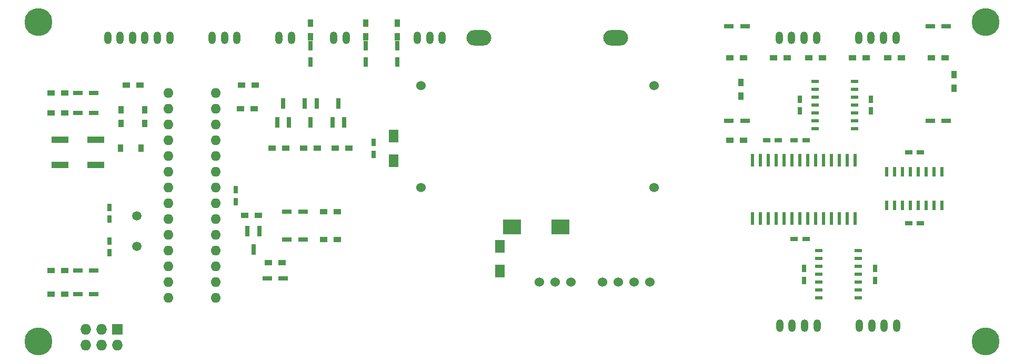
<source format=gts>
G04 #@! TF.FileFunction,Soldermask,Top*
%FSLAX46Y46*%
G04 Gerber Fmt 4.6, Leading zero omitted, Abs format (unit mm)*
G04 Created by KiCad (PCBNEW 4.0.1-stable) date Friday, 01 July 2016 'pmt' 17:52:03*
%MOMM*%
G01*
G04 APERTURE LIST*
%ADD10C,0.100000*%
%ADD11R,0.600000X2.000000*%
%ADD12R,1.143000X0.508000*%
%ADD13O,1.200000X2.000000*%
%ADD14C,4.500000*%
%ADD15R,1.200000X0.900000*%
%ADD16O,1.600000X1.600000*%
%ADD17R,1.727200X1.727200*%
%ADD18O,1.727200X1.727200*%
%ADD19R,1.600000X2.000000*%
%ADD20R,0.750000X1.200000*%
%ADD21R,1.200000X0.750000*%
%ADD22R,0.910000X1.220000*%
%ADD23O,4.000500X2.499360*%
%ADD24R,0.800100X1.800860*%
%ADD25R,0.900000X1.200000*%
%ADD26C,1.524000*%
%ADD27C,1.501140*%
%ADD28R,0.800000X1.500000*%
%ADD29R,1.500000X0.800000*%
%ADD30R,3.000000X2.400000*%
%ADD31R,0.600000X1.500000*%
%ADD32R,2.750000X1.000000*%
G04 APERTURE END LIST*
D10*
D11*
X191770000Y-76835000D03*
X190500000Y-76835000D03*
X189230000Y-76835000D03*
X187960000Y-76835000D03*
X186690000Y-76835000D03*
X185420000Y-76835000D03*
X184150000Y-76835000D03*
X182880000Y-76835000D03*
X181610000Y-76835000D03*
X180340000Y-76835000D03*
X179070000Y-76835000D03*
X177800000Y-76835000D03*
X176530000Y-76835000D03*
X175260000Y-76835000D03*
X175260000Y-86235000D03*
X176530000Y-86235000D03*
X177800000Y-86235000D03*
X179070000Y-86235000D03*
X180340000Y-86235000D03*
X181610000Y-86235000D03*
X182880000Y-86235000D03*
X184150000Y-86235000D03*
X185420000Y-86235000D03*
X186690000Y-86235000D03*
X187960000Y-86235000D03*
X189230000Y-86235000D03*
X190500000Y-86235000D03*
X191770000Y-86235000D03*
D12*
X185293000Y-64135000D03*
X185293000Y-65405000D03*
X185293000Y-66675000D03*
X185293000Y-67945000D03*
X185293000Y-69215000D03*
X185293000Y-70485000D03*
X185293000Y-71755000D03*
X191643000Y-71755000D03*
X191643000Y-70485000D03*
X191643000Y-67945000D03*
X191643000Y-66675000D03*
X191643000Y-65405000D03*
X191643000Y-64135000D03*
X191643000Y-69215000D03*
D13*
X179610000Y-103505000D03*
X181610000Y-103505000D03*
X183610000Y-103505000D03*
X185610000Y-103505000D03*
D14*
X60325000Y-54610000D03*
X60325000Y-106045000D03*
X212725000Y-106045000D03*
D15*
X171620000Y-60325000D03*
X173820000Y-60325000D03*
D16*
X81280000Y-66040000D03*
X81280000Y-68580000D03*
X81280000Y-71120000D03*
X81280000Y-73660000D03*
X81280000Y-76200000D03*
X81280000Y-78740000D03*
X81280000Y-81280000D03*
X81280000Y-83820000D03*
X81280000Y-86360000D03*
X81280000Y-88900000D03*
X81280000Y-91440000D03*
X81280000Y-93980000D03*
X81280000Y-96520000D03*
X81280000Y-99060000D03*
X88900000Y-99060000D03*
X88900000Y-96520000D03*
X88900000Y-93980000D03*
X88900000Y-91440000D03*
X88900000Y-88900000D03*
X88900000Y-86360000D03*
X88900000Y-83820000D03*
X88900000Y-81280000D03*
X88900000Y-78740000D03*
X88900000Y-76200000D03*
X88900000Y-73660000D03*
X88900000Y-71120000D03*
X88900000Y-68580000D03*
X88900000Y-66040000D03*
D17*
X73025000Y-104140000D03*
D18*
X73025000Y-106680000D03*
X70485000Y-104140000D03*
X70485000Y-106680000D03*
X67945000Y-104140000D03*
X67945000Y-106680000D03*
D19*
X134620000Y-90710000D03*
X134620000Y-94710000D03*
D20*
X114300000Y-75880000D03*
X114300000Y-73980000D03*
D19*
X117475000Y-76930000D03*
X117475000Y-72930000D03*
D20*
X182880000Y-68895000D03*
X182880000Y-66995000D03*
X194310000Y-68895000D03*
X194310000Y-66995000D03*
D21*
X200345000Y-75565000D03*
X202245000Y-75565000D03*
X202245000Y-86995000D03*
X200345000Y-86995000D03*
X183830000Y-73660000D03*
X181930000Y-73660000D03*
X181930000Y-89535000D03*
X183830000Y-89535000D03*
D20*
X183515000Y-94300000D03*
X183515000Y-96200000D03*
X194945000Y-96200000D03*
X194945000Y-94300000D03*
D21*
X177485000Y-73660000D03*
X179385000Y-73660000D03*
D20*
X92075000Y-83500000D03*
X92075000Y-81600000D03*
X71755000Y-86355000D03*
X71755000Y-84455000D03*
X71755000Y-89855000D03*
X71755000Y-91755000D03*
D22*
X76835000Y-74930000D03*
X73565000Y-74930000D03*
D23*
X153240740Y-57150000D03*
X131239260Y-57150000D03*
D13*
X125285000Y-57150000D03*
X123285000Y-57150000D03*
X121285000Y-57150000D03*
X185515000Y-57150000D03*
X183515000Y-57150000D03*
X181515000Y-57150000D03*
X179515000Y-57150000D03*
X198310000Y-57150000D03*
X196310000Y-57150000D03*
X194310000Y-57150000D03*
X192310000Y-57150000D03*
X92265000Y-57150000D03*
X90265000Y-57150000D03*
X88265000Y-57150000D03*
X81470000Y-57150000D03*
X79470000Y-57150000D03*
X77470000Y-57150000D03*
X75470000Y-57150000D03*
X73470000Y-57150000D03*
X71470000Y-57150000D03*
X101060000Y-57150000D03*
X99060000Y-57150000D03*
X109855000Y-57150000D03*
X107855000Y-57150000D03*
X192405000Y-103505000D03*
X194405000Y-103505000D03*
X196405000Y-103505000D03*
X198405000Y-103505000D03*
D24*
X105090000Y-67713860D03*
X103190000Y-67713860D03*
X104140000Y-70716140D03*
X107635000Y-70716140D03*
X109535000Y-70716140D03*
X108585000Y-67713860D03*
X98745000Y-70716140D03*
X100645000Y-70716140D03*
X99695000Y-67713860D03*
D25*
X77470000Y-68750000D03*
X77470000Y-70950000D03*
D15*
X76665000Y-64770000D03*
X74465000Y-64770000D03*
X95080000Y-68580000D03*
X92880000Y-68580000D03*
X93050000Y-64770000D03*
X95250000Y-64770000D03*
X110320000Y-74930000D03*
X108120000Y-74930000D03*
X105240000Y-74930000D03*
X103040000Y-74930000D03*
X97960000Y-74930000D03*
X100160000Y-74930000D03*
X186520000Y-60325000D03*
X184320000Y-60325000D03*
X178605000Y-60325000D03*
X180805000Y-60325000D03*
X199220000Y-60325000D03*
X197020000Y-60325000D03*
X191305000Y-60325000D03*
X193505000Y-60325000D03*
X173820000Y-73660000D03*
X171620000Y-73660000D03*
D25*
X118110000Y-56980000D03*
X118110000Y-54780000D03*
D15*
X106236851Y-85166511D03*
X108436851Y-85166511D03*
X106236851Y-89611511D03*
X108436851Y-89611511D03*
X204005000Y-60325000D03*
X206205000Y-60325000D03*
D25*
X73660000Y-68750000D03*
X73660000Y-70950000D03*
D26*
X159385000Y-81280000D03*
X121885000Y-81280000D03*
X121885000Y-64780000D03*
X159385000Y-64780000D03*
X140970000Y-96520000D03*
X143510000Y-96520000D03*
X146050000Y-96520000D03*
X151130000Y-96520000D03*
X153670000Y-96520000D03*
X156210000Y-96520000D03*
X158750000Y-96520000D03*
D12*
X185928000Y-91440000D03*
X185928000Y-92710000D03*
X185928000Y-93980000D03*
X185928000Y-95250000D03*
X185928000Y-96520000D03*
X185928000Y-97790000D03*
X185928000Y-99060000D03*
X192278000Y-99060000D03*
X192278000Y-97790000D03*
X192278000Y-95250000D03*
X192278000Y-93980000D03*
X192278000Y-92710000D03*
X192278000Y-91440000D03*
X192278000Y-96520000D03*
D27*
X76200000Y-85824060D03*
X76200000Y-90705940D03*
D28*
X118110000Y-58390000D03*
X118110000Y-60990000D03*
D29*
X102921851Y-85166511D03*
X100321851Y-85166511D03*
X102921851Y-89611511D03*
X100321851Y-89611511D03*
X206405000Y-55245000D03*
X203805000Y-55245000D03*
X174020000Y-55245000D03*
X171420000Y-55245000D03*
X99725000Y-95885000D03*
X97125000Y-95885000D03*
D28*
X113030000Y-58390000D03*
X113030000Y-60990000D03*
X104140000Y-58390000D03*
X104140000Y-60990000D03*
D29*
X171420000Y-70485000D03*
X174020000Y-70485000D03*
X203805000Y-70485000D03*
X206405000Y-70485000D03*
D30*
X136562000Y-87630000D03*
X144362000Y-87630000D03*
D24*
X95880000Y-88265000D03*
X93980000Y-88265000D03*
X94930000Y-91267280D03*
D15*
X99525000Y-93345000D03*
X97325000Y-93345000D03*
D25*
X113030000Y-54780000D03*
X113030000Y-56980000D03*
X104140000Y-56980000D03*
X104140000Y-54780000D03*
D15*
X95715000Y-85725000D03*
X93515000Y-85725000D03*
D25*
X173355000Y-66505000D03*
X173355000Y-64305000D03*
X207645000Y-65235000D03*
X207645000Y-63035000D03*
D29*
X66645000Y-66040000D03*
X69245000Y-66040000D03*
X66645000Y-69215000D03*
X69245000Y-69215000D03*
X66645000Y-98425000D03*
X69245000Y-98425000D03*
X66645000Y-94615000D03*
X69245000Y-94615000D03*
D15*
X64600000Y-66040000D03*
X62400000Y-66040000D03*
X64600000Y-69215000D03*
X62400000Y-69215000D03*
X64600000Y-98425000D03*
X62400000Y-98425000D03*
X64600000Y-94615000D03*
X62400000Y-94615000D03*
D14*
X212725000Y-54610000D03*
D31*
X196850000Y-84140000D03*
X198120000Y-84140000D03*
X199390000Y-84140000D03*
X200660000Y-84140000D03*
X201930000Y-84140000D03*
X203200000Y-84140000D03*
X204470000Y-84140000D03*
X205740000Y-84140000D03*
X205740000Y-78740000D03*
X204470000Y-78740000D03*
X203200000Y-78740000D03*
X201930000Y-78740000D03*
X200660000Y-78740000D03*
X199390000Y-78740000D03*
X198120000Y-78740000D03*
X196850000Y-78740000D03*
D32*
X69550000Y-73565000D03*
X63800000Y-73565000D03*
X63800000Y-77565000D03*
X69550000Y-77565000D03*
M02*

</source>
